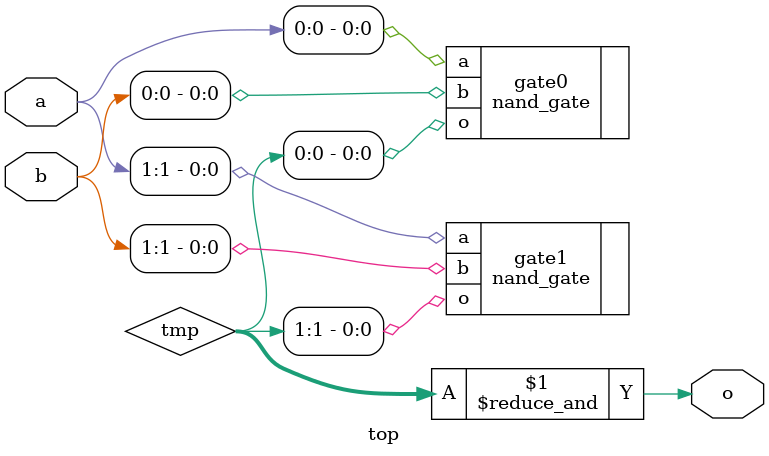
<source format=v>
`timescale 1ns/1ns

module top(
    a,
    b,
    o
    );


input [1:0] a;
input [1:0] b;
output o;

wire [1:0] tmp;

nand_gate gate0(.a(a[0]), .b(b[0]), .o(tmp[0]));
nand_gate gate1(.a(a[1]), .b(b[1]), .o(tmp[1]));

assign o = &tmp;

endmodule

</source>
